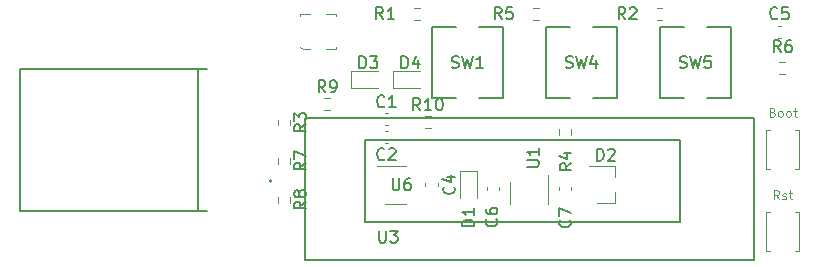
<source format=gbr>
G04 #@! TF.GenerationSoftware,KiCad,Pcbnew,(5.1.12)-1*
G04 #@! TF.CreationDate,2022-01-02T13:29:21+01:00*
G04 #@! TF.ProjectId,20210211_eduino,32303231-3032-4313-915f-656475696e6f,v1.0*
G04 #@! TF.SameCoordinates,Original*
G04 #@! TF.FileFunction,Legend,Top*
G04 #@! TF.FilePolarity,Positive*
%FSLAX46Y46*%
G04 Gerber Fmt 4.6, Leading zero omitted, Abs format (unit mm)*
G04 Created by KiCad (PCBNEW (5.1.12)-1) date 2022-01-02 13:29:21*
%MOMM*%
%LPD*%
G01*
G04 APERTURE LIST*
%ADD10C,0.100000*%
%ADD11C,0.120000*%
%ADD12C,0.200000*%
%ADD13C,0.127000*%
%ADD14C,0.150000*%
G04 APERTURE END LIST*
D10*
X129000285Y-53298285D02*
X128750285Y-52941142D01*
X128571714Y-53298285D02*
X128571714Y-52548285D01*
X128857428Y-52548285D01*
X128928857Y-52584000D01*
X128964571Y-52619714D01*
X129000285Y-52691142D01*
X129000285Y-52798285D01*
X128964571Y-52869714D01*
X128928857Y-52905428D01*
X128857428Y-52941142D01*
X128571714Y-52941142D01*
X129286000Y-53262571D02*
X129357428Y-53298285D01*
X129500285Y-53298285D01*
X129571714Y-53262571D01*
X129607428Y-53191142D01*
X129607428Y-53155428D01*
X129571714Y-53084000D01*
X129500285Y-53048285D01*
X129393142Y-53048285D01*
X129321714Y-53012571D01*
X129286000Y-52941142D01*
X129286000Y-52905428D01*
X129321714Y-52834000D01*
X129393142Y-52798285D01*
X129500285Y-52798285D01*
X129571714Y-52834000D01*
X129821714Y-52798285D02*
X130107428Y-52798285D01*
X129928857Y-52548285D02*
X129928857Y-53191142D01*
X129964571Y-53262571D01*
X130036000Y-53298285D01*
X130107428Y-53298285D01*
X128446714Y-45920428D02*
X128553857Y-45956142D01*
X128589571Y-45991857D01*
X128625285Y-46063285D01*
X128625285Y-46170428D01*
X128589571Y-46241857D01*
X128553857Y-46277571D01*
X128482428Y-46313285D01*
X128196714Y-46313285D01*
X128196714Y-45563285D01*
X128446714Y-45563285D01*
X128518142Y-45599000D01*
X128553857Y-45634714D01*
X128589571Y-45706142D01*
X128589571Y-45777571D01*
X128553857Y-45849000D01*
X128518142Y-45884714D01*
X128446714Y-45920428D01*
X128196714Y-45920428D01*
X129053857Y-46313285D02*
X128982428Y-46277571D01*
X128946714Y-46241857D01*
X128911000Y-46170428D01*
X128911000Y-45956142D01*
X128946714Y-45884714D01*
X128982428Y-45849000D01*
X129053857Y-45813285D01*
X129161000Y-45813285D01*
X129232428Y-45849000D01*
X129268142Y-45884714D01*
X129303857Y-45956142D01*
X129303857Y-46170428D01*
X129268142Y-46241857D01*
X129232428Y-46277571D01*
X129161000Y-46313285D01*
X129053857Y-46313285D01*
X129732428Y-46313285D02*
X129661000Y-46277571D01*
X129625285Y-46241857D01*
X129589571Y-46170428D01*
X129589571Y-45956142D01*
X129625285Y-45884714D01*
X129661000Y-45849000D01*
X129732428Y-45813285D01*
X129839571Y-45813285D01*
X129911000Y-45849000D01*
X129946714Y-45884714D01*
X129982428Y-45956142D01*
X129982428Y-46170428D01*
X129946714Y-46241857D01*
X129911000Y-46277571D01*
X129839571Y-46313285D01*
X129732428Y-46313285D01*
X130196714Y-45813285D02*
X130482428Y-45813285D01*
X130303857Y-45563285D02*
X130303857Y-46206142D01*
X130339571Y-46277571D01*
X130411000Y-46313285D01*
X130482428Y-46313285D01*
D11*
X127886000Y-47450000D02*
X128186000Y-47450000D01*
X127886000Y-50750000D02*
X127886000Y-47450000D01*
X128186000Y-50750000D02*
X127886000Y-50750000D01*
X130686000Y-47450000D02*
X130386000Y-47450000D01*
X130686000Y-50750000D02*
X130686000Y-47450000D01*
X130386000Y-50750000D02*
X130686000Y-50750000D01*
X130386000Y-57706000D02*
X130686000Y-57706000D01*
X130686000Y-57706000D02*
X130686000Y-54406000D01*
X130686000Y-54406000D02*
X130386000Y-54406000D01*
X128186000Y-57706000D02*
X127886000Y-57706000D01*
X127886000Y-57706000D02*
X127886000Y-54406000D01*
X127886000Y-54406000D02*
X128186000Y-54406000D01*
X99058000Y-52210580D02*
X99058000Y-51929420D01*
X100078000Y-52210580D02*
X100078000Y-51929420D01*
X128891420Y-39626000D02*
X129172580Y-39626000D01*
X128891420Y-38606000D02*
X129172580Y-38606000D01*
X105260000Y-52247220D02*
X105260000Y-52528380D01*
X104240000Y-52247220D02*
X104240000Y-52528380D01*
X111406000Y-52234220D02*
X111406000Y-52515380D01*
X110386000Y-52234220D02*
X110386000Y-52515380D01*
X103453000Y-53200300D02*
X103453000Y-50915300D01*
X103453000Y-50915300D02*
X101983000Y-50915300D01*
X101983000Y-50915300D02*
X101983000Y-53200300D01*
X118634742Y-37069500D02*
X119109258Y-37069500D01*
X118634742Y-38114500D02*
X119109258Y-38114500D01*
X86535500Y-46562742D02*
X86535500Y-47037258D01*
X87580500Y-46562742D02*
X87580500Y-47037258D01*
X111418500Y-47374542D02*
X111418500Y-47849058D01*
X110373500Y-47374542D02*
X110373500Y-47849058D01*
X128985742Y-42686500D02*
X129460258Y-42686500D01*
X128985742Y-41641500D02*
X129460258Y-41641500D01*
X86535500Y-49801242D02*
X86535500Y-50275758D01*
X87580500Y-49801242D02*
X87580500Y-50275758D01*
X87580500Y-53103242D02*
X87580500Y-53577758D01*
X86535500Y-53103242D02*
X86535500Y-53577758D01*
X106252000Y-51868500D02*
X106252000Y-53668500D01*
X109472000Y-53668500D02*
X109472000Y-51218500D01*
X95604420Y-46992000D02*
X95885580Y-46992000D01*
X95604420Y-45972000D02*
X95885580Y-45972000D01*
X95604420Y-47496000D02*
X95885580Y-47496000D01*
X95604420Y-48516000D02*
X95885580Y-48516000D01*
X115076000Y-53650000D02*
X115076000Y-52720000D01*
X115076000Y-50490000D02*
X115076000Y-51420000D01*
X115076000Y-50490000D02*
X112916000Y-50490000D01*
X115076000Y-53650000D02*
X113616000Y-53650000D01*
X95620000Y-53680000D02*
X97420000Y-53680000D01*
X97420000Y-50460000D02*
X94970000Y-50460000D01*
D12*
X86050000Y-51760000D02*
G75*
G03*
X86050000Y-51760000I-100000J0D01*
G01*
D13*
X64750000Y-54260000D02*
X79800000Y-54260000D01*
X64750000Y-42260000D02*
X64750000Y-54260000D01*
X79800000Y-42260000D02*
X64750000Y-42260000D01*
X79800000Y-54260000D02*
X80550000Y-54260000D01*
X79800000Y-42260000D02*
X79800000Y-54260000D01*
X80550000Y-42260000D02*
X79800000Y-42260000D01*
D11*
X88465000Y-37616000D02*
X89265000Y-37616000D01*
X88465000Y-37816000D02*
X88465000Y-37616000D01*
X91465000Y-37616000D02*
X91465000Y-37816000D01*
X90665000Y-37616000D02*
X91465000Y-37616000D01*
X91465000Y-40616000D02*
X90665000Y-40616000D01*
X91465000Y-40416000D02*
X91465000Y-40616000D01*
X88665000Y-40616000D02*
X88465000Y-40416000D01*
X89265000Y-40616000D02*
X88665000Y-40616000D01*
X98123742Y-38114500D02*
X98598258Y-38114500D01*
X98123742Y-37069500D02*
X98598258Y-37069500D01*
X108157742Y-37069500D02*
X108632258Y-37069500D01*
X108157742Y-38114500D02*
X108632258Y-38114500D01*
D14*
X105616000Y-38720000D02*
X103616000Y-38720000D01*
X105616000Y-44720000D02*
X105616000Y-38720000D01*
X103616000Y-44720000D02*
X105616000Y-44720000D01*
X99616000Y-44720000D02*
X101616000Y-44720000D01*
X99616000Y-38720000D02*
X99616000Y-44720000D01*
X101616000Y-38720000D02*
X99616000Y-38720000D01*
X111268000Y-38720000D02*
X109268000Y-38720000D01*
X109268000Y-38720000D02*
X109268000Y-44720000D01*
X109268000Y-44720000D02*
X111268000Y-44720000D01*
X113268000Y-44720000D02*
X115268000Y-44720000D01*
X115268000Y-44720000D02*
X115268000Y-38720000D01*
X115268000Y-38720000D02*
X113268000Y-38720000D01*
X124920000Y-38720000D02*
X122920000Y-38720000D01*
X124920000Y-44720000D02*
X124920000Y-38720000D01*
X122920000Y-44720000D02*
X124920000Y-44720000D01*
X118920000Y-44720000D02*
X120920000Y-44720000D01*
X118920000Y-38720000D02*
X118920000Y-44720000D01*
X120920000Y-38720000D02*
X118920000Y-38720000D01*
X93980000Y-48260000D02*
X120650000Y-48260000D01*
X120650000Y-48260000D02*
X120650000Y-55245000D01*
X120650000Y-55245000D02*
X93980000Y-55245000D01*
X93980000Y-55245000D02*
X93980000Y-48260000D01*
X88900000Y-58420000D02*
X126900000Y-58420000D01*
X126900000Y-58420000D02*
X126900000Y-46420000D01*
X126900000Y-46420000D02*
X88900000Y-46420000D01*
X88900000Y-46420000D02*
X88900000Y-58420000D01*
D11*
X92723500Y-43915000D02*
X95008500Y-43915000D01*
X92723500Y-42445000D02*
X92723500Y-43915000D01*
X95008500Y-42445000D02*
X92723500Y-42445000D01*
X98564500Y-42445000D02*
X96279500Y-42445000D01*
X96279500Y-42445000D02*
X96279500Y-43915000D01*
X96279500Y-43915000D02*
X98564500Y-43915000D01*
X90503742Y-44689500D02*
X90978258Y-44689500D01*
X90503742Y-45734500D02*
X90978258Y-45734500D01*
X99013742Y-47258500D02*
X99488258Y-47258500D01*
X99013742Y-46213500D02*
X99488258Y-46213500D01*
D14*
X101449142Y-52236666D02*
X101496761Y-52284285D01*
X101544380Y-52427142D01*
X101544380Y-52522380D01*
X101496761Y-52665238D01*
X101401523Y-52760476D01*
X101306285Y-52808095D01*
X101115809Y-52855714D01*
X100972952Y-52855714D01*
X100782476Y-52808095D01*
X100687238Y-52760476D01*
X100592000Y-52665238D01*
X100544380Y-52522380D01*
X100544380Y-52427142D01*
X100592000Y-52284285D01*
X100639619Y-52236666D01*
X100877714Y-51379523D02*
X101544380Y-51379523D01*
X100496761Y-51617619D02*
X101211047Y-51855714D01*
X101211047Y-51236666D01*
X128852333Y-37949142D02*
X128804714Y-37996761D01*
X128661857Y-38044380D01*
X128566619Y-38044380D01*
X128423761Y-37996761D01*
X128328523Y-37901523D01*
X128280904Y-37806285D01*
X128233285Y-37615809D01*
X128233285Y-37472952D01*
X128280904Y-37282476D01*
X128328523Y-37187238D01*
X128423761Y-37092000D01*
X128566619Y-37044380D01*
X128661857Y-37044380D01*
X128804714Y-37092000D01*
X128852333Y-37139619D01*
X129757095Y-37044380D02*
X129280904Y-37044380D01*
X129233285Y-37520571D01*
X129280904Y-37472952D01*
X129376142Y-37425333D01*
X129614238Y-37425333D01*
X129709476Y-37472952D01*
X129757095Y-37520571D01*
X129804714Y-37615809D01*
X129804714Y-37853904D01*
X129757095Y-37949142D01*
X129709476Y-37996761D01*
X129614238Y-38044380D01*
X129376142Y-38044380D01*
X129280904Y-37996761D01*
X129233285Y-37949142D01*
X105056342Y-54967166D02*
X105103961Y-55014785D01*
X105151580Y-55157642D01*
X105151580Y-55252880D01*
X105103961Y-55395738D01*
X105008723Y-55490976D01*
X104913485Y-55538595D01*
X104723009Y-55586214D01*
X104580152Y-55586214D01*
X104389676Y-55538595D01*
X104294438Y-55490976D01*
X104199200Y-55395738D01*
X104151580Y-55252880D01*
X104151580Y-55157642D01*
X104199200Y-55014785D01*
X104246819Y-54967166D01*
X104151580Y-54110023D02*
X104151580Y-54300500D01*
X104199200Y-54395738D01*
X104246819Y-54443357D01*
X104389676Y-54538595D01*
X104580152Y-54586214D01*
X104961104Y-54586214D01*
X105056342Y-54538595D01*
X105103961Y-54490976D01*
X105151580Y-54395738D01*
X105151580Y-54205261D01*
X105103961Y-54110023D01*
X105056342Y-54062404D01*
X104961104Y-54014785D01*
X104723009Y-54014785D01*
X104627771Y-54062404D01*
X104580152Y-54110023D01*
X104532533Y-54205261D01*
X104532533Y-54395738D01*
X104580152Y-54490976D01*
X104627771Y-54538595D01*
X104723009Y-54586214D01*
X111278542Y-55068466D02*
X111326161Y-55116085D01*
X111373780Y-55258942D01*
X111373780Y-55354180D01*
X111326161Y-55497038D01*
X111230923Y-55592276D01*
X111135685Y-55639895D01*
X110945209Y-55687514D01*
X110802352Y-55687514D01*
X110611876Y-55639895D01*
X110516638Y-55592276D01*
X110421400Y-55497038D01*
X110373780Y-55354180D01*
X110373780Y-55258942D01*
X110421400Y-55116085D01*
X110469019Y-55068466D01*
X110373780Y-54735133D02*
X110373780Y-54068466D01*
X111373780Y-54497038D01*
X103170380Y-55602095D02*
X102170380Y-55602095D01*
X102170380Y-55364000D01*
X102218000Y-55221142D01*
X102313238Y-55125904D01*
X102408476Y-55078285D01*
X102598952Y-55030666D01*
X102741809Y-55030666D01*
X102932285Y-55078285D01*
X103027523Y-55125904D01*
X103122761Y-55221142D01*
X103170380Y-55364000D01*
X103170380Y-55602095D01*
X103170380Y-54078285D02*
X103170380Y-54649714D01*
X103170380Y-54364000D02*
X102170380Y-54364000D01*
X102313238Y-54459238D01*
X102408476Y-54554476D01*
X102456095Y-54649714D01*
X115974333Y-38057080D02*
X115641000Y-37580890D01*
X115402904Y-38057080D02*
X115402904Y-37057080D01*
X115783857Y-37057080D01*
X115879095Y-37104700D01*
X115926714Y-37152319D01*
X115974333Y-37247557D01*
X115974333Y-37390414D01*
X115926714Y-37485652D01*
X115879095Y-37533271D01*
X115783857Y-37580890D01*
X115402904Y-37580890D01*
X116355285Y-37152319D02*
X116402904Y-37104700D01*
X116498142Y-37057080D01*
X116736238Y-37057080D01*
X116831476Y-37104700D01*
X116879095Y-37152319D01*
X116926714Y-37247557D01*
X116926714Y-37342795D01*
X116879095Y-37485652D01*
X116307666Y-38057080D01*
X116926714Y-38057080D01*
X88940380Y-46966666D02*
X88464190Y-47300000D01*
X88940380Y-47538095D02*
X87940380Y-47538095D01*
X87940380Y-47157142D01*
X87988000Y-47061904D01*
X88035619Y-47014285D01*
X88130857Y-46966666D01*
X88273714Y-46966666D01*
X88368952Y-47014285D01*
X88416571Y-47061904D01*
X88464190Y-47157142D01*
X88464190Y-47538095D01*
X87940380Y-46633333D02*
X87940380Y-46014285D01*
X88321333Y-46347619D01*
X88321333Y-46204761D01*
X88368952Y-46109523D01*
X88416571Y-46061904D01*
X88511809Y-46014285D01*
X88749904Y-46014285D01*
X88845142Y-46061904D01*
X88892761Y-46109523D01*
X88940380Y-46204761D01*
X88940380Y-46490476D01*
X88892761Y-46585714D01*
X88845142Y-46633333D01*
X111411880Y-50254966D02*
X110935690Y-50588300D01*
X111411880Y-50826395D02*
X110411880Y-50826395D01*
X110411880Y-50445442D01*
X110459500Y-50350204D01*
X110507119Y-50302585D01*
X110602357Y-50254966D01*
X110745214Y-50254966D01*
X110840452Y-50302585D01*
X110888071Y-50350204D01*
X110935690Y-50445442D01*
X110935690Y-50826395D01*
X110745214Y-49397823D02*
X111411880Y-49397823D01*
X110364261Y-49635919D02*
X111078547Y-49874014D01*
X111078547Y-49254966D01*
X129119333Y-40838380D02*
X128786000Y-40362190D01*
X128547904Y-40838380D02*
X128547904Y-39838380D01*
X128928857Y-39838380D01*
X129024095Y-39886000D01*
X129071714Y-39933619D01*
X129119333Y-40028857D01*
X129119333Y-40171714D01*
X129071714Y-40266952D01*
X129024095Y-40314571D01*
X128928857Y-40362190D01*
X128547904Y-40362190D01*
X129976476Y-39838380D02*
X129786000Y-39838380D01*
X129690761Y-39886000D01*
X129643142Y-39933619D01*
X129547904Y-40076476D01*
X129500285Y-40266952D01*
X129500285Y-40647904D01*
X129547904Y-40743142D01*
X129595523Y-40790761D01*
X129690761Y-40838380D01*
X129881238Y-40838380D01*
X129976476Y-40790761D01*
X130024095Y-40743142D01*
X130071714Y-40647904D01*
X130071714Y-40409809D01*
X130024095Y-40314571D01*
X129976476Y-40266952D01*
X129881238Y-40219333D01*
X129690761Y-40219333D01*
X129595523Y-40266952D01*
X129547904Y-40314571D01*
X129500285Y-40409809D01*
X88940380Y-50205166D02*
X88464190Y-50538500D01*
X88940380Y-50776595D02*
X87940380Y-50776595D01*
X87940380Y-50395642D01*
X87988000Y-50300404D01*
X88035619Y-50252785D01*
X88130857Y-50205166D01*
X88273714Y-50205166D01*
X88368952Y-50252785D01*
X88416571Y-50300404D01*
X88464190Y-50395642D01*
X88464190Y-50776595D01*
X87940380Y-49871833D02*
X87940380Y-49205166D01*
X88940380Y-49633738D01*
X88940380Y-53507166D02*
X88464190Y-53840500D01*
X88940380Y-54078595D02*
X87940380Y-54078595D01*
X87940380Y-53697642D01*
X87988000Y-53602404D01*
X88035619Y-53554785D01*
X88130857Y-53507166D01*
X88273714Y-53507166D01*
X88368952Y-53554785D01*
X88416571Y-53602404D01*
X88464190Y-53697642D01*
X88464190Y-54078595D01*
X88368952Y-52935738D02*
X88321333Y-53030976D01*
X88273714Y-53078595D01*
X88178476Y-53126214D01*
X88130857Y-53126214D01*
X88035619Y-53078595D01*
X87988000Y-53030976D01*
X87940380Y-52935738D01*
X87940380Y-52745261D01*
X87988000Y-52650023D01*
X88035619Y-52602404D01*
X88130857Y-52554785D01*
X88178476Y-52554785D01*
X88273714Y-52602404D01*
X88321333Y-52650023D01*
X88368952Y-52745261D01*
X88368952Y-52935738D01*
X88416571Y-53030976D01*
X88464190Y-53078595D01*
X88559428Y-53126214D01*
X88749904Y-53126214D01*
X88845142Y-53078595D01*
X88892761Y-53030976D01*
X88940380Y-52935738D01*
X88940380Y-52745261D01*
X88892761Y-52650023D01*
X88845142Y-52602404D01*
X88749904Y-52554785D01*
X88559428Y-52554785D01*
X88464190Y-52602404D01*
X88416571Y-52650023D01*
X88368952Y-52745261D01*
X107656380Y-50545904D02*
X108465904Y-50545904D01*
X108561142Y-50498285D01*
X108608761Y-50450666D01*
X108656380Y-50355428D01*
X108656380Y-50164952D01*
X108608761Y-50069714D01*
X108561142Y-50022095D01*
X108465904Y-49974476D01*
X107656380Y-49974476D01*
X108656380Y-48974476D02*
X108656380Y-49545904D01*
X108656380Y-49260190D02*
X107656380Y-49260190D01*
X107799238Y-49355428D01*
X107894476Y-49450666D01*
X107942095Y-49545904D01*
X95578333Y-45409142D02*
X95530714Y-45456761D01*
X95387857Y-45504380D01*
X95292619Y-45504380D01*
X95149761Y-45456761D01*
X95054523Y-45361523D01*
X95006904Y-45266285D01*
X94959285Y-45075809D01*
X94959285Y-44932952D01*
X95006904Y-44742476D01*
X95054523Y-44647238D01*
X95149761Y-44552000D01*
X95292619Y-44504380D01*
X95387857Y-44504380D01*
X95530714Y-44552000D01*
X95578333Y-44599619D01*
X96530714Y-45504380D02*
X95959285Y-45504380D01*
X96245000Y-45504380D02*
X96245000Y-44504380D01*
X96149761Y-44647238D01*
X96054523Y-44742476D01*
X95959285Y-44790095D01*
X95578333Y-49887142D02*
X95530714Y-49934761D01*
X95387857Y-49982380D01*
X95292619Y-49982380D01*
X95149761Y-49934761D01*
X95054523Y-49839523D01*
X95006904Y-49744285D01*
X94959285Y-49553809D01*
X94959285Y-49410952D01*
X95006904Y-49220476D01*
X95054523Y-49125238D01*
X95149761Y-49030000D01*
X95292619Y-48982380D01*
X95387857Y-48982380D01*
X95530714Y-49030000D01*
X95578333Y-49077619D01*
X95959285Y-49077619D02*
X96006904Y-49030000D01*
X96102142Y-48982380D01*
X96340238Y-48982380D01*
X96435476Y-49030000D01*
X96483095Y-49077619D01*
X96530714Y-49172857D01*
X96530714Y-49268095D01*
X96483095Y-49410952D01*
X95911666Y-49982380D01*
X96530714Y-49982380D01*
X113577904Y-50022380D02*
X113577904Y-49022380D01*
X113816000Y-49022380D01*
X113958857Y-49070000D01*
X114054095Y-49165238D01*
X114101714Y-49260476D01*
X114149333Y-49450952D01*
X114149333Y-49593809D01*
X114101714Y-49784285D01*
X114054095Y-49879523D01*
X113958857Y-49974761D01*
X113816000Y-50022380D01*
X113577904Y-50022380D01*
X114530285Y-49117619D02*
X114577904Y-49070000D01*
X114673142Y-49022380D01*
X114911238Y-49022380D01*
X115006476Y-49070000D01*
X115054095Y-49117619D01*
X115101714Y-49212857D01*
X115101714Y-49308095D01*
X115054095Y-49450952D01*
X114482666Y-50022380D01*
X115101714Y-50022380D01*
X96266095Y-51522380D02*
X96266095Y-52331904D01*
X96313714Y-52427142D01*
X96361333Y-52474761D01*
X96456571Y-52522380D01*
X96647047Y-52522380D01*
X96742285Y-52474761D01*
X96789904Y-52427142D01*
X96837523Y-52331904D01*
X96837523Y-51522380D01*
X97742285Y-51522380D02*
X97551809Y-51522380D01*
X97456571Y-51570000D01*
X97408952Y-51617619D01*
X97313714Y-51760476D01*
X97266095Y-51950952D01*
X97266095Y-52331904D01*
X97313714Y-52427142D01*
X97361333Y-52474761D01*
X97456571Y-52522380D01*
X97647047Y-52522380D01*
X97742285Y-52474761D01*
X97789904Y-52427142D01*
X97837523Y-52331904D01*
X97837523Y-52093809D01*
X97789904Y-51998571D01*
X97742285Y-51950952D01*
X97647047Y-51903333D01*
X97456571Y-51903333D01*
X97361333Y-51950952D01*
X97313714Y-51998571D01*
X97266095Y-52093809D01*
X95463333Y-38044380D02*
X95130000Y-37568190D01*
X94891904Y-38044380D02*
X94891904Y-37044380D01*
X95272857Y-37044380D01*
X95368095Y-37092000D01*
X95415714Y-37139619D01*
X95463333Y-37234857D01*
X95463333Y-37377714D01*
X95415714Y-37472952D01*
X95368095Y-37520571D01*
X95272857Y-37568190D01*
X94891904Y-37568190D01*
X96415714Y-38044380D02*
X95844285Y-38044380D01*
X96130000Y-38044380D02*
X96130000Y-37044380D01*
X96034761Y-37187238D01*
X95939523Y-37282476D01*
X95844285Y-37330095D01*
X105497333Y-38044380D02*
X105164000Y-37568190D01*
X104925904Y-38044380D02*
X104925904Y-37044380D01*
X105306857Y-37044380D01*
X105402095Y-37092000D01*
X105449714Y-37139619D01*
X105497333Y-37234857D01*
X105497333Y-37377714D01*
X105449714Y-37472952D01*
X105402095Y-37520571D01*
X105306857Y-37568190D01*
X104925904Y-37568190D01*
X106402095Y-37044380D02*
X105925904Y-37044380D01*
X105878285Y-37520571D01*
X105925904Y-37472952D01*
X106021142Y-37425333D01*
X106259238Y-37425333D01*
X106354476Y-37472952D01*
X106402095Y-37520571D01*
X106449714Y-37615809D01*
X106449714Y-37853904D01*
X106402095Y-37949142D01*
X106354476Y-37996761D01*
X106259238Y-38044380D01*
X106021142Y-38044380D01*
X105925904Y-37996761D01*
X105878285Y-37949142D01*
X101282666Y-42124761D02*
X101425523Y-42172380D01*
X101663619Y-42172380D01*
X101758857Y-42124761D01*
X101806476Y-42077142D01*
X101854095Y-41981904D01*
X101854095Y-41886666D01*
X101806476Y-41791428D01*
X101758857Y-41743809D01*
X101663619Y-41696190D01*
X101473142Y-41648571D01*
X101377904Y-41600952D01*
X101330285Y-41553333D01*
X101282666Y-41458095D01*
X101282666Y-41362857D01*
X101330285Y-41267619D01*
X101377904Y-41220000D01*
X101473142Y-41172380D01*
X101711238Y-41172380D01*
X101854095Y-41220000D01*
X102187428Y-41172380D02*
X102425523Y-42172380D01*
X102616000Y-41458095D01*
X102806476Y-42172380D01*
X103044571Y-41172380D01*
X103949333Y-42172380D02*
X103377904Y-42172380D01*
X103663619Y-42172380D02*
X103663619Y-41172380D01*
X103568380Y-41315238D01*
X103473142Y-41410476D01*
X103377904Y-41458095D01*
X110934666Y-42124761D02*
X111077523Y-42172380D01*
X111315619Y-42172380D01*
X111410857Y-42124761D01*
X111458476Y-42077142D01*
X111506095Y-41981904D01*
X111506095Y-41886666D01*
X111458476Y-41791428D01*
X111410857Y-41743809D01*
X111315619Y-41696190D01*
X111125142Y-41648571D01*
X111029904Y-41600952D01*
X110982285Y-41553333D01*
X110934666Y-41458095D01*
X110934666Y-41362857D01*
X110982285Y-41267619D01*
X111029904Y-41220000D01*
X111125142Y-41172380D01*
X111363238Y-41172380D01*
X111506095Y-41220000D01*
X111839428Y-41172380D02*
X112077523Y-42172380D01*
X112268000Y-41458095D01*
X112458476Y-42172380D01*
X112696571Y-41172380D01*
X113506095Y-41505714D02*
X113506095Y-42172380D01*
X113268000Y-41124761D02*
X113029904Y-41839047D01*
X113648952Y-41839047D01*
X120586666Y-42124761D02*
X120729523Y-42172380D01*
X120967619Y-42172380D01*
X121062857Y-42124761D01*
X121110476Y-42077142D01*
X121158095Y-41981904D01*
X121158095Y-41886666D01*
X121110476Y-41791428D01*
X121062857Y-41743809D01*
X120967619Y-41696190D01*
X120777142Y-41648571D01*
X120681904Y-41600952D01*
X120634285Y-41553333D01*
X120586666Y-41458095D01*
X120586666Y-41362857D01*
X120634285Y-41267619D01*
X120681904Y-41220000D01*
X120777142Y-41172380D01*
X121015238Y-41172380D01*
X121158095Y-41220000D01*
X121491428Y-41172380D02*
X121729523Y-42172380D01*
X121920000Y-41458095D01*
X122110476Y-42172380D01*
X122348571Y-41172380D01*
X123205714Y-41172380D02*
X122729523Y-41172380D01*
X122681904Y-41648571D01*
X122729523Y-41600952D01*
X122824761Y-41553333D01*
X123062857Y-41553333D01*
X123158095Y-41600952D01*
X123205714Y-41648571D01*
X123253333Y-41743809D01*
X123253333Y-41981904D01*
X123205714Y-42077142D01*
X123158095Y-42124761D01*
X123062857Y-42172380D01*
X122824761Y-42172380D01*
X122729523Y-42124761D01*
X122681904Y-42077142D01*
X95123095Y-55967380D02*
X95123095Y-56776904D01*
X95170714Y-56872142D01*
X95218333Y-56919761D01*
X95313571Y-56967380D01*
X95504047Y-56967380D01*
X95599285Y-56919761D01*
X95646904Y-56872142D01*
X95694523Y-56776904D01*
X95694523Y-55967380D01*
X96075476Y-55967380D02*
X96694523Y-55967380D01*
X96361190Y-56348333D01*
X96504047Y-56348333D01*
X96599285Y-56395952D01*
X96646904Y-56443571D01*
X96694523Y-56538809D01*
X96694523Y-56776904D01*
X96646904Y-56872142D01*
X96599285Y-56919761D01*
X96504047Y-56967380D01*
X96218333Y-56967380D01*
X96123095Y-56919761D01*
X96075476Y-56872142D01*
X93470404Y-42202380D02*
X93470404Y-41202380D01*
X93708500Y-41202380D01*
X93851357Y-41250000D01*
X93946595Y-41345238D01*
X93994214Y-41440476D01*
X94041833Y-41630952D01*
X94041833Y-41773809D01*
X93994214Y-41964285D01*
X93946595Y-42059523D01*
X93851357Y-42154761D01*
X93708500Y-42202380D01*
X93470404Y-42202380D01*
X94375166Y-41202380D02*
X94994214Y-41202380D01*
X94660880Y-41583333D01*
X94803738Y-41583333D01*
X94898976Y-41630952D01*
X94946595Y-41678571D01*
X94994214Y-41773809D01*
X94994214Y-42011904D01*
X94946595Y-42107142D01*
X94898976Y-42154761D01*
X94803738Y-42202380D01*
X94518023Y-42202380D01*
X94422785Y-42154761D01*
X94375166Y-42107142D01*
X97026404Y-42202380D02*
X97026404Y-41202380D01*
X97264500Y-41202380D01*
X97407357Y-41250000D01*
X97502595Y-41345238D01*
X97550214Y-41440476D01*
X97597833Y-41630952D01*
X97597833Y-41773809D01*
X97550214Y-41964285D01*
X97502595Y-42059523D01*
X97407357Y-42154761D01*
X97264500Y-42202380D01*
X97026404Y-42202380D01*
X98454976Y-41535714D02*
X98454976Y-42202380D01*
X98216880Y-41154761D02*
X97978785Y-41869047D01*
X98597833Y-41869047D01*
X90574333Y-44234380D02*
X90241000Y-43758190D01*
X90002904Y-44234380D02*
X90002904Y-43234380D01*
X90383857Y-43234380D01*
X90479095Y-43282000D01*
X90526714Y-43329619D01*
X90574333Y-43424857D01*
X90574333Y-43567714D01*
X90526714Y-43662952D01*
X90479095Y-43710571D01*
X90383857Y-43758190D01*
X90002904Y-43758190D01*
X91050523Y-44234380D02*
X91241000Y-44234380D01*
X91336238Y-44186761D01*
X91383857Y-44139142D01*
X91479095Y-43996285D01*
X91526714Y-43805809D01*
X91526714Y-43424857D01*
X91479095Y-43329619D01*
X91431476Y-43282000D01*
X91336238Y-43234380D01*
X91145761Y-43234380D01*
X91050523Y-43282000D01*
X91002904Y-43329619D01*
X90955285Y-43424857D01*
X90955285Y-43662952D01*
X91002904Y-43758190D01*
X91050523Y-43805809D01*
X91145761Y-43853428D01*
X91336238Y-43853428D01*
X91431476Y-43805809D01*
X91479095Y-43758190D01*
X91526714Y-43662952D01*
X98608142Y-45758380D02*
X98274809Y-45282190D01*
X98036714Y-45758380D02*
X98036714Y-44758380D01*
X98417666Y-44758380D01*
X98512904Y-44806000D01*
X98560523Y-44853619D01*
X98608142Y-44948857D01*
X98608142Y-45091714D01*
X98560523Y-45186952D01*
X98512904Y-45234571D01*
X98417666Y-45282190D01*
X98036714Y-45282190D01*
X99560523Y-45758380D02*
X98989095Y-45758380D01*
X99274809Y-45758380D02*
X99274809Y-44758380D01*
X99179571Y-44901238D01*
X99084333Y-44996476D01*
X98989095Y-45044095D01*
X100179571Y-44758380D02*
X100274809Y-44758380D01*
X100370047Y-44806000D01*
X100417666Y-44853619D01*
X100465285Y-44948857D01*
X100512904Y-45139333D01*
X100512904Y-45377428D01*
X100465285Y-45567904D01*
X100417666Y-45663142D01*
X100370047Y-45710761D01*
X100274809Y-45758380D01*
X100179571Y-45758380D01*
X100084333Y-45710761D01*
X100036714Y-45663142D01*
X99989095Y-45567904D01*
X99941476Y-45377428D01*
X99941476Y-45139333D01*
X99989095Y-44948857D01*
X100036714Y-44853619D01*
X100084333Y-44806000D01*
X100179571Y-44758380D01*
M02*

</source>
